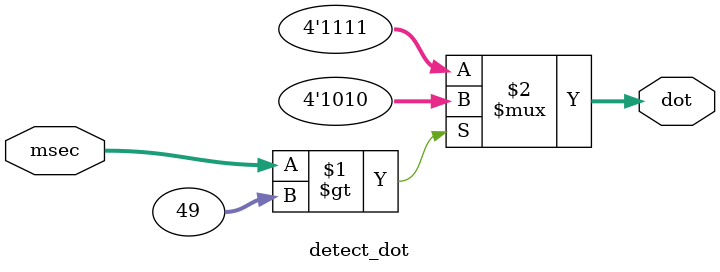
<source format=v>
`timescale 1ns / 1ps

module detect_dot(
    input [6:0] msec,
    output [3:0] dot
);
    assign dot = (msec > 50-1)?4'ha: 4'hf; //dot on/off
endmodule
</source>
